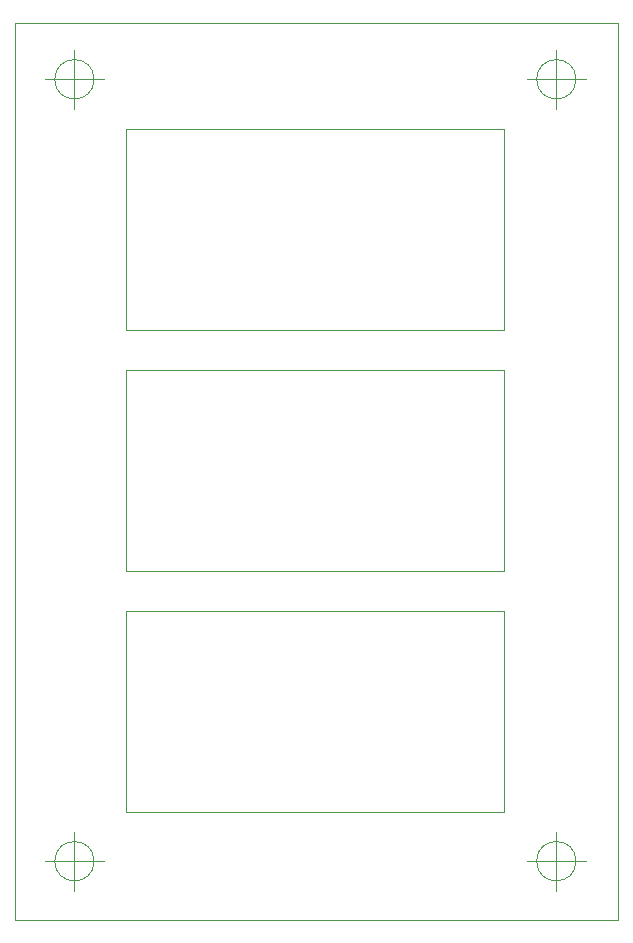
<source format=gbr>
G04 #@! TF.GenerationSoftware,KiCad,Pcbnew,(5.1.5)-3*
G04 #@! TF.CreationDate,2020-05-20T15:16:41-05:00*
G04 #@! TF.ProjectId,multiBoard_small,6d756c74-6942-46f6-9172-645f736d616c,rev?*
G04 #@! TF.SameCoordinates,PX5a995c0PY68e7780*
G04 #@! TF.FileFunction,Profile,NP*
%FSLAX46Y46*%
G04 Gerber Fmt 4.6, Leading zero omitted, Abs format (unit mm)*
G04 Created by KiCad (PCBNEW (5.1.5)-3) date 2020-05-20 15:16:41*
%MOMM*%
%LPD*%
G04 APERTURE LIST*
%ADD10C,0.050000*%
G04 APERTURE END LIST*
D10*
X4400000Y4200000D02*
X4400000Y21200000D01*
X36400000Y21200000D02*
X36400000Y4200000D01*
X4400000Y21200000D02*
X36400000Y21200000D01*
X36400000Y4200000D02*
X4400000Y4200000D01*
X4400000Y45000000D02*
X4400000Y62000000D01*
X4400000Y62000000D02*
X36400000Y62000000D01*
X36400000Y45000000D02*
X4400000Y45000000D01*
X36400000Y62000000D02*
X36400000Y45000000D01*
X1666666Y0D02*
G75*
G03X1666666Y0I-1666666J0D01*
G01*
X-2500000Y0D02*
X2500000Y0D01*
X0Y2500000D02*
X0Y-2500000D01*
X42466666Y0D02*
G75*
G03X42466666Y0I-1666666J0D01*
G01*
X38300000Y0D02*
X43300000Y0D01*
X40800000Y2500000D02*
X40800000Y-2500000D01*
X42466666Y66200000D02*
G75*
G03X42466666Y66200000I-1666666J0D01*
G01*
X38300000Y66200000D02*
X43300000Y66200000D01*
X40800000Y68700000D02*
X40800000Y63700000D01*
X1666666Y66200000D02*
G75*
G03X1666666Y66200000I-1666666J0D01*
G01*
X-2500000Y66200000D02*
X2500000Y66200000D01*
X0Y68700000D02*
X0Y63700000D01*
X4400000Y24600000D02*
X4400000Y41600000D01*
X4400000Y41600000D02*
X36400000Y41600000D01*
X36400000Y41600000D02*
X36400000Y24600000D01*
X36400000Y24600000D02*
X4400000Y24600000D01*
X46000000Y-5000000D02*
X-5000000Y-5000000D01*
X46000000Y71000000D02*
X46000000Y-5000000D01*
X-5000000Y71000000D02*
X46000000Y71000000D01*
X-5000000Y-5000000D02*
X-5000000Y71000000D01*
M02*

</source>
